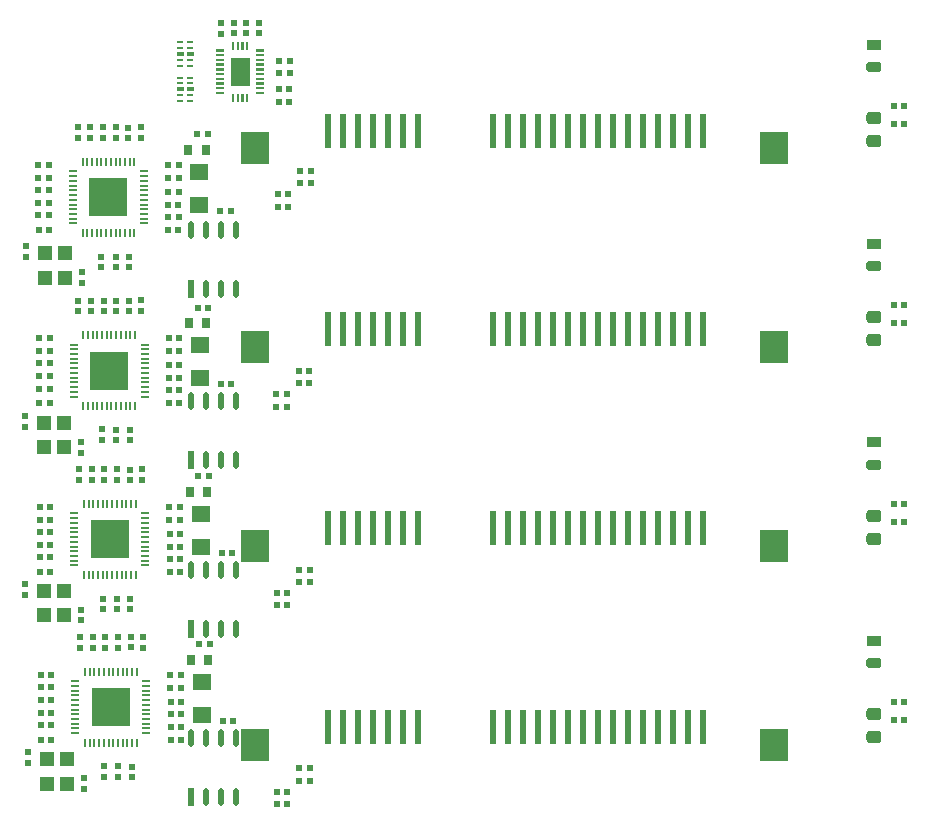
<source format=gtp>
G04*
G04 #@! TF.GenerationSoftware,Altium Limited,Altium Designer,24.0.1 (36)*
G04*
G04 Layer_Color=8421504*
%FSLAX44Y44*%
%MOMM*%
G71*
G04*
G04 #@! TF.SameCoordinates,6F16000C-B149-46FA-B592-FBC60BD1AF14*
G04*
G04*
G04 #@! TF.FilePolarity,Positive*
G04*
G01*
G75*
%ADD18O,0.5000X1.5000*%
%ADD19R,0.5000X1.5000*%
%ADD20R,2.4000X2.8000*%
%ADD21R,0.6000X2.9000*%
%ADD22O,0.7000X0.2000*%
%ADD23O,0.2000X0.7000*%
%ADD24R,3.3000X3.3000*%
%ADD25R,0.5000X0.5000*%
%ADD26R,0.5000X0.5000*%
%ADD27R,1.6500X1.4000*%
%ADD28R,0.5650X0.2000*%
%ADD29R,1.2000X1.3000*%
%ADD30R,0.7500X0.8500*%
G04:AMPARAMS|DCode=31|XSize=1.27mm|YSize=1.016mm|CornerRadius=0.254mm|HoleSize=0mm|Usage=FLASHONLY|Rotation=180.000|XOffset=0mm|YOffset=0mm|HoleType=Round|Shape=RoundedRectangle|*
%AMROUNDEDRECTD31*
21,1,1.2700,0.5080,0,0,180.0*
21,1,0.7620,1.0160,0,0,180.0*
1,1,0.5080,-0.3810,0.2540*
1,1,0.5080,0.3810,0.2540*
1,1,0.5080,0.3810,-0.2540*
1,1,0.5080,-0.3810,-0.2540*
%
%ADD31ROUNDEDRECTD31*%
G04:AMPARAMS|DCode=32|XSize=1.27mm|YSize=0.889mm|CornerRadius=0mm|HoleSize=0mm|Usage=FLASHONLY|Rotation=0.000|XOffset=0mm|YOffset=0mm|HoleType=Round|Shape=Octagon|*
%AMOCTAGOND32*
4,1,8,0.6350,-0.2223,0.6350,0.2223,0.4128,0.4445,-0.4128,0.4445,-0.6350,0.2223,-0.6350,-0.2223,-0.4128,-0.4445,0.4128,-0.4445,0.6350,-0.2223,0.0*
%
%ADD32OCTAGOND32*%

%ADD33R,1.2700X0.8890*%
G36*
X211978Y644103D02*
X209979D01*
Y651104D01*
X211978D01*
Y644103D01*
D02*
G37*
G36*
X207978D02*
X205978D01*
Y651104D01*
X207978D01*
Y644103D01*
D02*
G37*
G36*
X203978D02*
X201978D01*
Y651104D01*
X203978D01*
Y644103D01*
D02*
G37*
G36*
X199977D02*
X197977D01*
Y651104D01*
X199977D01*
Y644103D01*
D02*
G37*
G36*
X225478Y642604D02*
X218477D01*
Y644604D01*
X225478D01*
Y642604D01*
D02*
G37*
G36*
X191478Y642601D02*
X184478D01*
Y644602D01*
X191478D01*
Y642601D01*
D02*
G37*
G36*
X165607Y638628D02*
X159957D01*
Y642228D01*
X165607D01*
Y638628D01*
D02*
G37*
G36*
X157257D02*
X151607D01*
Y642228D01*
X157257D01*
Y638628D01*
D02*
G37*
G36*
X225478Y638601D02*
X218478D01*
Y640602D01*
X225478D01*
Y638601D01*
D02*
G37*
G36*
X191478Y638601D02*
X184478D01*
Y640601D01*
X191478D01*
Y638601D01*
D02*
G37*
G36*
Y634603D02*
X184478D01*
Y636603D01*
X191478D01*
Y634603D01*
D02*
G37*
G36*
X225478Y634601D02*
X218478D01*
Y636601D01*
X225478D01*
Y634601D01*
D02*
G37*
G36*
Y630603D02*
X218478D01*
Y632603D01*
X225478D01*
Y630603D01*
D02*
G37*
G36*
X191478Y630602D02*
X184478D01*
Y632603D01*
X191478D01*
Y630602D01*
D02*
G37*
G36*
X225478Y626603D02*
X218478D01*
Y628602D01*
X225478D01*
Y626603D01*
D02*
G37*
G36*
X191478Y626602D02*
X184478D01*
Y628602D01*
X191478D01*
Y626602D01*
D02*
G37*
G36*
X225478Y622602D02*
X218478D01*
Y624602D01*
X225478D01*
Y622602D01*
D02*
G37*
G36*
X191478Y622602D02*
X184478D01*
Y624602D01*
X191478D01*
Y622602D01*
D02*
G37*
G36*
X225478Y618601D02*
X218478D01*
Y620602D01*
X225478D01*
Y618601D01*
D02*
G37*
G36*
X191478Y618601D02*
X184478D01*
Y620601D01*
X191478D01*
Y618601D01*
D02*
G37*
G36*
Y614603D02*
X184478D01*
Y616603D01*
X191478D01*
Y614603D01*
D02*
G37*
G36*
X225478Y614601D02*
X218478D01*
Y616601D01*
X225478D01*
Y614601D01*
D02*
G37*
G36*
X212978Y613602D02*
X196978D01*
Y637602D01*
X212978D01*
Y613602D01*
D02*
G37*
G36*
X225478Y610603D02*
X218478D01*
Y612603D01*
X225478D01*
Y610603D01*
D02*
G37*
G36*
X191478Y610602D02*
X184478D01*
Y612603D01*
X191478D01*
Y610602D01*
D02*
G37*
G36*
X165607Y608896D02*
X159957D01*
Y612496D01*
X165607D01*
Y608896D01*
D02*
G37*
G36*
X157257D02*
X151607D01*
Y612496D01*
X157257D01*
Y608896D01*
D02*
G37*
G36*
X225478Y606603D02*
X218478D01*
Y608602D01*
X225478D01*
Y606603D01*
D02*
G37*
G36*
X191479Y606600D02*
X184478D01*
Y608601D01*
X191479D01*
Y606600D01*
D02*
G37*
G36*
X211979Y600100D02*
X209979D01*
Y607101D01*
X211979D01*
Y600100D01*
D02*
G37*
G36*
X207978D02*
X205979D01*
Y607101D01*
X207978D01*
Y600100D01*
D02*
G37*
G36*
X203978D02*
X201978D01*
Y607101D01*
X203978D01*
Y600100D01*
D02*
G37*
G36*
X199977D02*
X197978D01*
Y607101D01*
X199977D01*
Y600100D01*
D02*
G37*
D18*
X201422Y491852D02*
D03*
X188722D02*
D03*
X176022D02*
D03*
X163322D02*
D03*
X201422Y441852D02*
D03*
X188722D02*
D03*
X176022D02*
D03*
X201422Y204070D02*
D03*
X188722D02*
D03*
X176022D02*
D03*
X163322D02*
D03*
X201422Y154070D02*
D03*
X188722D02*
D03*
X176022D02*
D03*
X201422Y346564D02*
D03*
X188722D02*
D03*
X176022D02*
D03*
X163322D02*
D03*
X201422Y296564D02*
D03*
X188722D02*
D03*
X176022D02*
D03*
X201422Y61684D02*
D03*
X188722D02*
D03*
X176022D02*
D03*
X163322D02*
D03*
X201422Y11684D02*
D03*
X188722D02*
D03*
X176022D02*
D03*
D19*
X163322Y441852D02*
D03*
Y154070D02*
D03*
Y296564D02*
D03*
Y11684D02*
D03*
D20*
X217504Y392425D02*
D03*
X656904D02*
D03*
X217504Y224125D02*
D03*
X656904D02*
D03*
X217504Y55896D02*
D03*
X656904D02*
D03*
X217504Y560726D02*
D03*
X656904D02*
D03*
D21*
X279604Y407425D02*
D03*
X292304D02*
D03*
X305004D02*
D03*
X317703D02*
D03*
X330404D02*
D03*
X343103D02*
D03*
X355803D02*
D03*
X419304D02*
D03*
X432004D02*
D03*
X444703D02*
D03*
X457403D02*
D03*
X470103D02*
D03*
X482803D02*
D03*
X495504D02*
D03*
X508204D02*
D03*
X520904D02*
D03*
X533604D02*
D03*
X546303D02*
D03*
X559003D02*
D03*
X571703D02*
D03*
X584403D02*
D03*
X597104D02*
D03*
X279604Y239125D02*
D03*
X292304D02*
D03*
X305004D02*
D03*
X317703D02*
D03*
X330404D02*
D03*
X343103D02*
D03*
X355803D02*
D03*
X419304D02*
D03*
X432004D02*
D03*
X444703D02*
D03*
X457403D02*
D03*
X470103D02*
D03*
X482803D02*
D03*
X495504D02*
D03*
X508204D02*
D03*
X520904D02*
D03*
X533604D02*
D03*
X546303D02*
D03*
X559003D02*
D03*
X571703D02*
D03*
X584403D02*
D03*
X597104D02*
D03*
X279604Y70896D02*
D03*
X292304D02*
D03*
X305004D02*
D03*
X317703D02*
D03*
X330404D02*
D03*
X343103D02*
D03*
X355803D02*
D03*
X419304D02*
D03*
X432004D02*
D03*
X444703D02*
D03*
X457403D02*
D03*
X470103D02*
D03*
X482803D02*
D03*
X495504D02*
D03*
X508204D02*
D03*
X520904D02*
D03*
X533604D02*
D03*
X546303D02*
D03*
X559003D02*
D03*
X571703D02*
D03*
X584403D02*
D03*
X597104D02*
D03*
X279604Y575726D02*
D03*
X292304D02*
D03*
X305004D02*
D03*
X317703D02*
D03*
X330404D02*
D03*
X343103D02*
D03*
X355803D02*
D03*
X419304D02*
D03*
X432004D02*
D03*
X444703D02*
D03*
X457403D02*
D03*
X470103D02*
D03*
X482803D02*
D03*
X495504D02*
D03*
X508204D02*
D03*
X520904D02*
D03*
X533604D02*
D03*
X546303D02*
D03*
X559003D02*
D03*
X571703D02*
D03*
X584403D02*
D03*
X597104D02*
D03*
D22*
X63980Y350618D02*
D03*
Y354618D02*
D03*
Y362618D02*
D03*
Y358618D02*
D03*
Y378618D02*
D03*
Y382618D02*
D03*
Y370618D02*
D03*
Y374618D02*
D03*
Y390618D02*
D03*
Y394618D02*
D03*
Y386618D02*
D03*
Y366618D02*
D03*
X123980Y350618D02*
D03*
Y354618D02*
D03*
Y362618D02*
D03*
Y366618D02*
D03*
Y358618D02*
D03*
Y378618D02*
D03*
Y382618D02*
D03*
Y370618D02*
D03*
Y374618D02*
D03*
Y390618D02*
D03*
Y394618D02*
D03*
Y386618D02*
D03*
X63472Y501176D02*
D03*
Y505176D02*
D03*
X64626Y211616D02*
D03*
Y215616D02*
D03*
X65504Y69630D02*
D03*
Y73630D02*
D03*
X63472Y533176D02*
D03*
Y541176D02*
D03*
X64626Y243616D02*
D03*
Y251616D02*
D03*
X65504Y101630D02*
D03*
Y109630D02*
D03*
Y81630D02*
D03*
X64626Y223616D02*
D03*
X65504Y85630D02*
D03*
X64626Y227616D02*
D03*
X63472Y513176D02*
D03*
Y517176D02*
D03*
Y537176D02*
D03*
Y529176D02*
D03*
Y525176D02*
D03*
Y521176D02*
D03*
Y509176D02*
D03*
Y497176D02*
D03*
X123472D02*
D03*
Y501176D02*
D03*
Y505176D02*
D03*
Y509176D02*
D03*
Y513176D02*
D03*
Y517176D02*
D03*
Y521176D02*
D03*
Y525176D02*
D03*
Y529176D02*
D03*
Y533176D02*
D03*
Y537176D02*
D03*
Y541176D02*
D03*
X65504Y105630D02*
D03*
Y97630D02*
D03*
Y93630D02*
D03*
Y89630D02*
D03*
Y77630D02*
D03*
Y65630D02*
D03*
X125504D02*
D03*
Y69630D02*
D03*
Y73630D02*
D03*
Y77630D02*
D03*
Y81630D02*
D03*
Y85630D02*
D03*
Y89630D02*
D03*
Y93630D02*
D03*
Y97630D02*
D03*
Y101630D02*
D03*
Y105630D02*
D03*
Y109630D02*
D03*
X64626Y247616D02*
D03*
Y239616D02*
D03*
Y235616D02*
D03*
Y231616D02*
D03*
Y219616D02*
D03*
Y207616D02*
D03*
X124626D02*
D03*
Y211616D02*
D03*
Y215616D02*
D03*
Y219616D02*
D03*
Y223616D02*
D03*
Y227616D02*
D03*
Y231616D02*
D03*
Y235616D02*
D03*
Y239616D02*
D03*
Y243616D02*
D03*
Y247616D02*
D03*
Y251616D02*
D03*
D23*
X87980Y342618D02*
D03*
X83980D02*
D03*
X71980D02*
D03*
X79980D02*
D03*
X75980D02*
D03*
X87980Y402618D02*
D03*
X71980D02*
D03*
X83980D02*
D03*
X75980D02*
D03*
X79980D02*
D03*
X107980Y342618D02*
D03*
X103980D02*
D03*
X115980D02*
D03*
X111980D02*
D03*
X91980D02*
D03*
X99980D02*
D03*
X95980D02*
D03*
X111980Y402618D02*
D03*
X115980D02*
D03*
X95980D02*
D03*
X91980D02*
D03*
X107980D02*
D03*
X99980D02*
D03*
X103980D02*
D03*
X115472Y549176D02*
D03*
X111472D02*
D03*
X107472D02*
D03*
X103472D02*
D03*
X99472D02*
D03*
X95472D02*
D03*
X91472D02*
D03*
X87472D02*
D03*
X83472D02*
D03*
X79472D02*
D03*
X75472D02*
D03*
X71472D02*
D03*
Y489176D02*
D03*
X75472D02*
D03*
X79472D02*
D03*
X83472D02*
D03*
X87472D02*
D03*
X91472D02*
D03*
X95472D02*
D03*
X99472D02*
D03*
X103472D02*
D03*
X107472D02*
D03*
X111472D02*
D03*
X115472D02*
D03*
X117504Y117630D02*
D03*
X113504D02*
D03*
X109504D02*
D03*
X105504D02*
D03*
X101504D02*
D03*
X97504D02*
D03*
X93504D02*
D03*
X89504D02*
D03*
X85504D02*
D03*
X81504D02*
D03*
X77504D02*
D03*
X73504D02*
D03*
Y57630D02*
D03*
X77504D02*
D03*
X81504D02*
D03*
X85504D02*
D03*
X89504D02*
D03*
X93504D02*
D03*
X97504D02*
D03*
X101504D02*
D03*
X105504D02*
D03*
X109504D02*
D03*
X113504D02*
D03*
X117504D02*
D03*
X116626Y259616D02*
D03*
X112626D02*
D03*
X108626D02*
D03*
X104626D02*
D03*
X100626D02*
D03*
X96626D02*
D03*
X92626D02*
D03*
X88626D02*
D03*
X84626D02*
D03*
X80626D02*
D03*
X76626D02*
D03*
X72626D02*
D03*
Y199616D02*
D03*
X76626D02*
D03*
X80626D02*
D03*
X84626D02*
D03*
X88626D02*
D03*
X92626D02*
D03*
X96626D02*
D03*
X100626D02*
D03*
X104626D02*
D03*
X108626D02*
D03*
X112626D02*
D03*
X116626D02*
D03*
D24*
X93980Y372618D02*
D03*
X93472Y519176D02*
D03*
X95504Y87630D02*
D03*
X94626Y229616D02*
D03*
D25*
X87376Y469066D02*
D03*
Y460066D02*
D03*
X79386Y288909D02*
D03*
Y279909D02*
D03*
X113030Y37270D02*
D03*
Y28770D02*
D03*
X188976Y666932D02*
D03*
Y657932D02*
D03*
X210312Y666614D02*
D03*
X199644Y666682D02*
D03*
X221234Y666614D02*
D03*
X68072Y422911D02*
D03*
X67564Y569469D02*
D03*
X69596Y137923D02*
D03*
X68718Y279909D02*
D03*
X78232Y578469D02*
D03*
X99568Y460066D02*
D03*
Y578469D02*
D03*
X67564D02*
D03*
X71120Y447112D02*
D03*
X23622Y468702D02*
D03*
X88900Y578469D02*
D03*
X110236Y578186D02*
D03*
X112268Y146640D02*
D03*
X111390Y288626D02*
D03*
X110744Y431628D02*
D03*
X72898Y18614D02*
D03*
X25654Y40530D02*
D03*
X70358Y161108D02*
D03*
X23114Y182952D02*
D03*
X90932Y146922D02*
D03*
X69596Y146923D02*
D03*
X90054Y288908D02*
D03*
X68718Y288909D02*
D03*
X101600Y28520D02*
D03*
X89916D02*
D03*
X80264Y146923D02*
D03*
X101600D02*
D03*
X88922Y170506D02*
D03*
X100722Y288909D02*
D03*
Y170506D02*
D03*
X70104Y303022D02*
D03*
X22860Y325192D02*
D03*
X89408Y431910D02*
D03*
X68072Y431911D02*
D03*
X87884Y313762D02*
D03*
X100076Y431911D02*
D03*
Y313508D02*
D03*
X78740Y431911D02*
D03*
X199644Y658182D02*
D03*
X210312Y658114D02*
D03*
X221234D02*
D03*
X101600Y37520D02*
D03*
X88922Y179506D02*
D03*
X70358Y170108D02*
D03*
X23114Y191952D02*
D03*
X87884Y322762D02*
D03*
X100722Y179506D02*
D03*
X112036Y171010D02*
D03*
Y179510D02*
D03*
X99568Y569469D02*
D03*
X110236Y569686D02*
D03*
X110998Y460316D02*
D03*
Y468816D02*
D03*
X99568Y469066D02*
D03*
X120904Y569468D02*
D03*
Y578468D02*
D03*
X78232Y569469D02*
D03*
X88900D02*
D03*
X71120Y456112D02*
D03*
X23622Y477702D02*
D03*
X70104Y312022D02*
D03*
X22860Y334192D02*
D03*
X121412Y422982D02*
D03*
Y431982D02*
D03*
X78740Y422911D02*
D03*
X100076D02*
D03*
X89408Y422910D02*
D03*
X110744Y423128D02*
D03*
X111506Y314012D02*
D03*
Y322512D02*
D03*
X100076Y322508D02*
D03*
X122058Y279980D02*
D03*
Y288980D02*
D03*
X111390Y280126D02*
D03*
X90054Y279908D02*
D03*
X100722Y279909D02*
D03*
X112268Y138140D02*
D03*
X72898Y27614D02*
D03*
X25654Y49530D02*
D03*
X90932Y137922D02*
D03*
X89916Y37520D02*
D03*
X80264Y137923D02*
D03*
X101600D02*
D03*
X122936Y146994D02*
D03*
Y137994D02*
D03*
D26*
X144743Y366522D02*
D03*
X153244D02*
D03*
X145389Y223520D02*
D03*
X153890D02*
D03*
X146267Y81534D02*
D03*
X154768D02*
D03*
X45140Y93726D02*
D03*
X36140D02*
D03*
X43616Y368046D02*
D03*
Y378714D02*
D03*
X34108Y514604D02*
D03*
Y525272D02*
D03*
X34616Y368046D02*
D03*
Y378714D02*
D03*
X35262Y225044D02*
D03*
Y235712D02*
D03*
X36140Y83058D02*
D03*
X238070Y624332D02*
D03*
Y635000D02*
D03*
X247070D02*
D03*
Y624332D02*
D03*
X45140Y83058D02*
D03*
X44262Y225044D02*
D03*
Y235712D02*
D03*
X43108Y514604D02*
D03*
Y525272D02*
D03*
X235784Y5334D02*
D03*
X244784D02*
D03*
X235784Y16002D02*
D03*
X244784D02*
D03*
X235784Y184404D02*
D03*
X244784D02*
D03*
X238066Y599694D02*
D03*
X246566D02*
D03*
X145868Y104140D02*
D03*
X144344Y389128D02*
D03*
X144990Y246126D02*
D03*
X143836Y535686D02*
D03*
X34108Y503936D02*
D03*
X153018Y523748D02*
D03*
X34108Y535940D02*
D03*
X168474Y572516D02*
D03*
X153018Y502412D02*
D03*
X34362Y491744D02*
D03*
X34108Y546608D02*
D03*
X152836Y535686D02*
D03*
Y546354D02*
D03*
X36140Y115062D02*
D03*
X154868Y114808D02*
D03*
Y104140D02*
D03*
X35262Y257048D02*
D03*
X198302Y217932D02*
D03*
X153990Y246126D02*
D03*
X36212Y60198D02*
D03*
X36140Y104394D02*
D03*
Y72390D02*
D03*
X155050Y92202D02*
D03*
X35334Y202184D02*
D03*
X154172Y234188D02*
D03*
X35262Y246380D02*
D03*
Y214376D02*
D03*
X170506Y140970D02*
D03*
X169628Y282956D02*
D03*
X155050Y70866D02*
D03*
X154172Y212852D02*
D03*
X153344Y399796D02*
D03*
X34616Y400050D02*
D03*
X153344Y389128D02*
D03*
Y377698D02*
D03*
X34616Y357378D02*
D03*
Y389382D02*
D03*
X34688Y345186D02*
D03*
X168982Y425958D02*
D03*
X153526Y355854D02*
D03*
X246566Y610616D02*
D03*
X197286Y507492D02*
D03*
X197468Y360934D02*
D03*
X153990Y256794D02*
D03*
X199064Y75946D02*
D03*
X238066Y610616D02*
D03*
X188286Y507492D02*
D03*
X190064Y75946D02*
D03*
X189302Y217932D02*
D03*
X188468Y360934D02*
D03*
X767139Y596342D02*
D03*
Y581106D02*
D03*
Y428118D02*
D03*
Y412907D02*
D03*
Y259843D02*
D03*
Y244632D02*
D03*
Y91695D02*
D03*
Y76611D02*
D03*
X263834Y35814D02*
D03*
X254834D02*
D03*
X177474Y572516D02*
D03*
X143836Y546354D02*
D03*
X152736Y491744D02*
D03*
X144235D02*
D03*
X144018Y502412D02*
D03*
Y523748D02*
D03*
X152736Y513080D02*
D03*
X144235D02*
D03*
X43362Y491744D02*
D03*
X43108Y535940D02*
D03*
Y546608D02*
D03*
Y503936D02*
D03*
X144344Y399796D02*
D03*
X153244Y345186D02*
D03*
X144743D02*
D03*
X144526Y355854D02*
D03*
X177982Y425958D02*
D03*
X144344Y377698D02*
D03*
X43616Y357378D02*
D03*
X43688Y345186D02*
D03*
X43616Y389382D02*
D03*
Y400050D02*
D03*
X153890Y202184D02*
D03*
X145389D02*
D03*
X145172Y234188D02*
D03*
X178628Y282956D02*
D03*
X145172Y212852D02*
D03*
X144990Y256794D02*
D03*
X44262Y257048D02*
D03*
Y246380D02*
D03*
X44334Y202184D02*
D03*
X44262Y214376D02*
D03*
X758639Y76611D02*
D03*
Y91695D02*
D03*
Y244632D02*
D03*
Y259843D02*
D03*
Y412907D02*
D03*
Y428118D02*
D03*
Y581106D02*
D03*
Y596342D02*
D03*
X146267Y60198D02*
D03*
X154768D02*
D03*
X45140Y115062D02*
D03*
X145868Y114808D02*
D03*
X45212Y60198D02*
D03*
X45140Y104394D02*
D03*
Y72390D02*
D03*
X146050Y92202D02*
D03*
X179506Y140970D02*
D03*
X146050Y70866D02*
D03*
X236872Y511302D02*
D03*
X245872D02*
D03*
X235530Y341884D02*
D03*
X244530D02*
D03*
X236872Y521970D02*
D03*
X245872D02*
D03*
X235530Y352552D02*
D03*
X244530D02*
D03*
X255778Y531114D02*
D03*
X264778D02*
D03*
X254508Y361696D02*
D03*
X263508D02*
D03*
X255778Y541782D02*
D03*
X264778D02*
D03*
X254508Y372364D02*
D03*
X263508D02*
D03*
X235784Y173736D02*
D03*
X244784D02*
D03*
X254834Y193294D02*
D03*
X263834D02*
D03*
X254762Y25146D02*
D03*
X263762D02*
D03*
X254834Y203962D02*
D03*
X263834D02*
D03*
D27*
X170942Y366238D02*
D03*
Y394238D02*
D03*
X170434Y540796D02*
D03*
Y512796D02*
D03*
X171588Y251236D02*
D03*
Y223236D02*
D03*
X172466Y81250D02*
D03*
Y109250D02*
D03*
D28*
X162782Y600696D02*
D03*
Y605696D02*
D03*
Y615696D02*
D03*
Y620696D02*
D03*
Y630428D02*
D03*
Y635428D02*
D03*
Y645428D02*
D03*
Y650428D02*
D03*
X154432D02*
D03*
Y645428D02*
D03*
Y630428D02*
D03*
Y635428D02*
D03*
Y620696D02*
D03*
Y615696D02*
D03*
Y600696D02*
D03*
Y605696D02*
D03*
D29*
X41284Y43774D02*
D03*
Y22774D02*
D03*
X58284D02*
D03*
Y43774D02*
D03*
X38998Y186268D02*
D03*
Y165268D02*
D03*
X55998D02*
D03*
Y186268D02*
D03*
X38744Y328508D02*
D03*
Y307508D02*
D03*
X55744D02*
D03*
Y328508D02*
D03*
X39506Y472272D02*
D03*
Y451272D02*
D03*
X56506D02*
D03*
Y472272D02*
D03*
D30*
X161152Y559308D02*
D03*
X163184Y127762D02*
D03*
X162306Y269748D02*
D03*
X161660Y412750D02*
D03*
X175652Y559308D02*
D03*
X176160Y412750D02*
D03*
X176806Y269748D02*
D03*
X177684Y127762D02*
D03*
D31*
X741680Y81618D02*
D03*
Y62110D02*
D03*
Y249648D02*
D03*
Y230140D02*
D03*
Y417878D02*
D03*
Y398370D02*
D03*
Y586108D02*
D03*
Y566600D02*
D03*
D32*
X741679Y124619D02*
D03*
Y292849D02*
D03*
Y461079D02*
D03*
Y629311D02*
D03*
D33*
Y143619D02*
D03*
Y311849D02*
D03*
Y480079D02*
D03*
Y648311D02*
D03*
M02*

</source>
